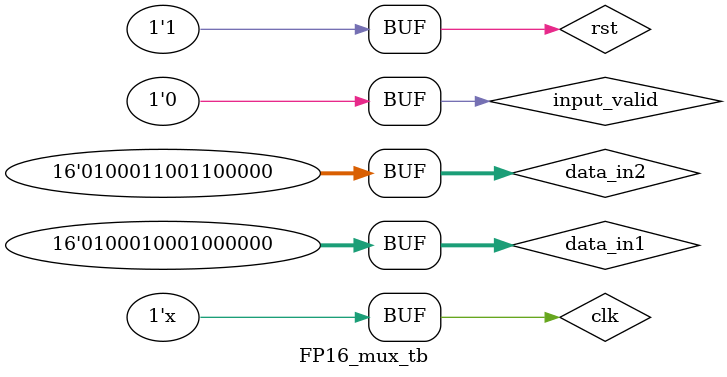
<source format=v>
`timescale 1ns / 1ps


module FP16_mux_tb(

    );
    reg clk;
    reg [15:0]data_in1;
    reg [15:0]data_in2;
    reg rst;
    reg input_valid;
    wire [15:0]data_out;
    wire output_update;
    
    always #5 clk = ~clk;
    
    initial begin
        rst = 1;
        clk = 1;
        input_valid = 1;      
        /*  254 * 7.6836 = 1951.6344 , cal:1952(0x67a0) , pass  */
        data_in1 = 16'h5bf0;  //254
        data_in2 = 16'h47af;  //7.6836
        
        #20 rst = 0;
        #10       
        /*  4.25 * 6.375 = 27.09375 , cal:27.09375(0x4ec6) , pass   */
        data_in1 = 16'h4440;    //4.25
        data_in2 = 16'h4660;    //6.375
        #5
        input_valid = 0;
        #60 rst = 1;
               
    end
    
    FP16_mux U1 (
    .data1(data_in1),
    .data2(data_in2),
    .clk(clk),
    .rst(rst),
    .input_valid(input_valid),
    .datanew(data_out),
    .output_update(output_update)
    );
    
endmodule

</source>
